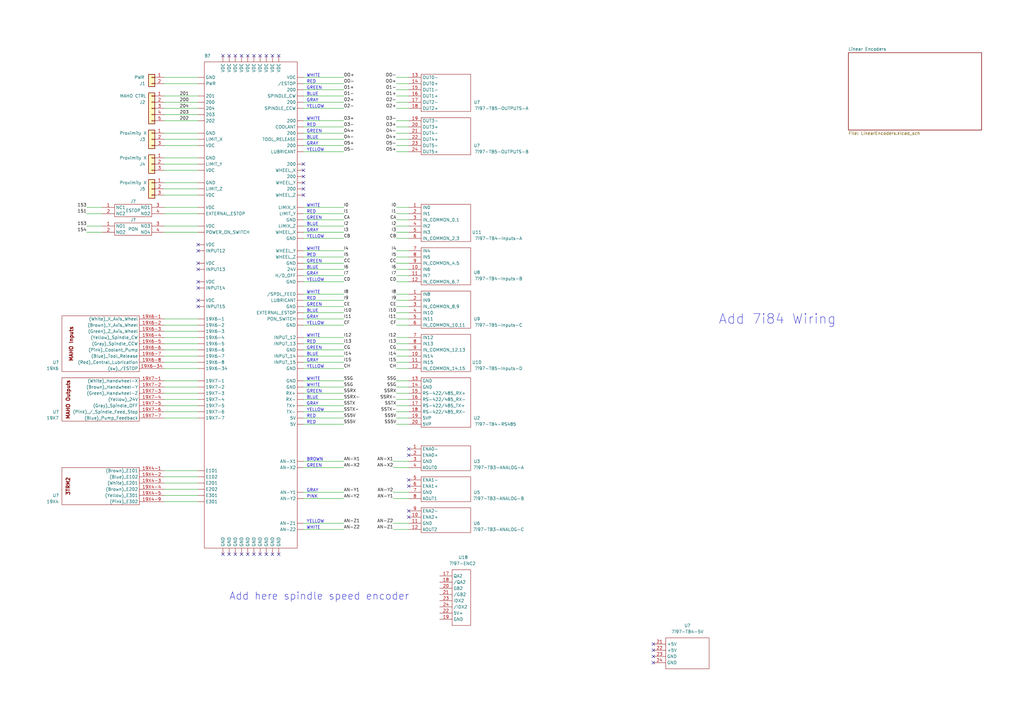
<source format=kicad_sch>
(kicad_sch (version 20230121) (generator eeschema)
  (paper "A3")
  (lib_symbols
    (symbol "Connector_Generic:Conn_01x02" (pin_names (offset 1.016) hide)
      (property "Reference" "J" (at 0 2.54 0))
      (property "Value" "Conn_01x02" (at 0 -5.08 0))
      (symbol "Conn_01x02_1_1"
        (rectangle (start -1.27 -2.413) (end 0 -2.667) (stroke (width 0.1524)))
        (rectangle (start -1.27 0.127) (end 0 -0.127) (stroke (width 0.1524)))
        (rectangle (start -1.27 1.27) (end 1.27 -3.81) (stroke (width 0.254)) (fill (type background)))
        (pin passive line (at -5.08 0 0) (length 3.81) (name "Pin_1") (number "1"))
        (pin passive line (at -5.08 -2.54 0) (length 3.81) (name "Pin_2") (number "2"))
      )
    )
    (symbol "Connector_Generic:Conn_01x03" (pin_names (offset 1.016) hide)
      (property "Reference" "J" (at 0 5.08 0))
      (property "Value" "Conn_01x03" (at 0 -5.08 0))
      (symbol "Conn_01x03_1_1"
        (rectangle (start -1.27 -2.413) (end 0 -2.667) (stroke (width 0.1524)))
        (rectangle (start -1.27 0.127) (end 0 -0.127) (stroke (width 0.1524)))
        (rectangle (start -1.27 2.667) (end 0 2.413) (stroke (width 0.1524)))
        (rectangle (start -1.27 3.81) (end 1.27 -3.81) (stroke (width 0.254)) (fill (type background)))
        (pin passive line (at -5.08 2.54 0) (length 3.81) (name "Pin_1") (number "1"))
        (pin passive line (at -5.08 0 0) (length 3.81) (name "Pin_2") (number "2"))
        (pin passive line (at -5.08 -2.54 0) (length 3.81) (name "Pin_3") (number "3"))
      )
    )
    (symbol "Connector_Generic:Conn_01x05" (pin_names (offset 1.016) hide)
      (property "Reference" "J" (at 0 7.62 0))
      (property "Value" "Conn_01x05" (at 0 -7.62 0))
      (symbol "Conn_01x05_1_1"
        (rectangle (start -1.27 -4.953) (end 0 -5.207) (stroke (width 0.1524)))
        (rectangle (start -1.27 -2.413) (end 0 -2.667) (stroke (width 0.1524)))
        (rectangle (start -1.27 0.127) (end 0 -0.127) (stroke (width 0.1524)))
        (rectangle (start -1.27 2.667) (end 0 2.413) (stroke (width 0.1524)))
        (rectangle (start -1.27 5.207) (end 0 4.953) (stroke (width 0.1524)))
        (rectangle (start -1.27 6.35) (end 1.27 -6.35) (stroke (width 0.254)) (fill (type background)))
        (pin passive line (at -5.08 5.08 0) (length 3.81) (name "Pin_1") (number "1"))
        (pin passive line (at -5.08 2.54 0) (length 3.81) (name "Pin_2") (number "2"))
        (pin passive line (at -5.08 0 0) (length 3.81) (name "Pin_3") (number "3"))
        (pin passive line (at -5.08 -2.54 0) (length 3.81) (name "Pin_4") (number "4"))
        (pin passive line (at -5.08 -5.08 0) (length 3.81) (name "Pin_5") (number "5"))
      )
    )
    (symbol "MAHO:19X6"
      (property "Reference" "U" (at -20.32 -7.62 0))
      (property "Value" "19X6" (at -21.59 -10.16 0))
      (symbol "19X6_0_1"
        (rectangle (start -17.78 11.43) (end 13.97 -11.43) (stroke (width 0.1524)))
      )
      (symbol "19X6_1_1"
        (text "MAHO Inputs" (at -13.97 0 900) (effects (font (size 1.5 1.5) bold)))
        (pin passive line (at 24.13 10.16 180) (length 10.16) (name "(White)_X_Axis_Wheel") (number "19X6-1"))
        (pin passive line (at 24.13 7.62 180) (length 10.16) (name "(Brown)_Y_Axis_Wheel") (number "19X6-2"))
        (pin passive line (at 24.13 5.08 180) (length 10.16) (name "(Green)_Z_Axis_Wheel") (number "19X6-3"))
        (pin passive line (at 24.13 -10.16 180) (length 10.16) (name "(sw)_/ESTOP") (number "19X6-34"))
        (pin passive line (at 24.13 2.54 180) (length 10.16) (name "(Yellow)_Spindle_CW") (number "19X6-4"))
        (pin passive line (at 24.13 0 180) (length 10.16) (name "(Gray)_Spindle_CCW") (number "19X6-5"))
        (pin passive line (at 24.13 -2.54 180) (length 10.16) (name "(Pink)_Coolant_Pump") (number "19X6-6"))
        (pin passive line (at 24.13 -5.08 180) (length 10.16) (name "(Blue)_Tool_Release") (number "19X6-7"))
        (pin passive line (at 24.13 -7.62 180) (length 10.16) (name "(Red)_Central_Lubrication") (number "19X6-8"))
      )
    )
    (symbol "MAHO:19X7"
      (property "Reference" "U" (at -20.32 -5.08 0))
      (property "Value" "19X7" (at -21.59 -7.62 0))
      (symbol "19X7_0_1"
        (rectangle (start -17.78 8.89) (end 13.97 -8.89) (stroke (width 0.1524)))
      )
      (symbol "19X7_1_1"
        (text "MAHO Outputs" (at -15.24 0 900) (effects (font (size 1.5 1.5) bold)))
        (pin passive line (at 24.13 7.62 180) (length 10.16) (name "(White)_Handwheel-X") (number "19X7-1"))
        (pin passive line (at 24.13 5.08 180) (length 10.16) (name "(Brown)_Handwheel-Y") (number "19X7-2"))
        (pin passive line (at 24.13 2.54 180) (length 10.16) (name "(Green)_Handwheel-Z") (number "19X7-3"))
        (pin passive line (at 24.13 0 180) (length 10.16) (name "(Yellow)_24V") (number "19X7-4"))
        (pin passive line (at 24.13 -2.54 180) (length 10.16) (name "(Gray)_Spindle_OFF") (number "19X7-5"))
        (pin passive line (at 24.13 -5.08 180) (length 10.16) (name "(Pink)_/_Spindle_Feed_Stop") (number "19X7-6"))
        (pin passive line (at 24.13 -7.62 180) (length 10.16) (name "(Blue)_Pump_Feedback") (number "19X7-7"))
      )
    )
    (symbol "MAHO:19Χ4"
      (property "Reference" "U" (at -20.32 -3.81 0))
      (property "Value" "19Χ4" (at -21.59 -6.35 0))
      (symbol "19Χ4_0_1"
        (rectangle (start -17.78 7.62) (end 13.97 -7.62))
      )
      (symbol "19Χ4_1_1"
        (text "3TRM2" (at -15.24 0 900) (effects (font (size 1.5 1.5) bold)))
        (pin passive line (at 24.13 6.35 180) (length 10.16) (name "(Brown)_E101") (number "19Χ4-1"))
        (pin passive line (at 24.13 3.81 180) (length 10.16) (name "(Blue)_E102") (number "19Χ4-2"))
        (pin passive line (at 24.13 1.27 180) (length 10.16) (name "(White)_E201") (number "19Χ4-3"))
        (pin passive line (at 24.13 -1.27 180) (length 10.16) (name "(Brown)_E202") (number "19Χ4-4"))
        (pin passive line (at 24.13 -3.81 180) (length 10.16) (name "(Yellow)_E301") (number "19Χ4-5"))
        (pin passive line (at 24.13 -6.35 180) (length 10.16) (name "(Pink)_E302") (number "19Χ4-9"))
      )
    )
    (symbol "MAHO:7i97-ENC2"
      (property "Reference" "U" (at 0 15.24 0))
      (property "Value" "7i97-ENC2" (at 0 12.7 0))
      (symbol "7i97-ENC2_0_1"
        (rectangle (start -3.81 11.43) (end 3.81 -11.43) (stroke (width 0.1524)))
      )
      (symbol "7i97-ENC2_1_1"
        (pin passive line (at -8.89 8.89 0) (length 5.08) (name "QA2") (number "17"))
        (pin passive line (at -8.89 6.35 0) (length 5.08) (name "/QA2") (number "18"))
        (pin passive line (at -8.89 -8.89 0) (length 5.08) (name "GND") (number "19"))
        (pin passive line (at -8.89 3.81 0) (length 5.08) (name "GB2") (number "20"))
        (pin passive line (at -8.89 1.27 0) (length 5.08) (name "/GB2") (number "21"))
        (pin passive line (at -8.89 -6.35 0) (length 5.08) (name "5V+") (number "22"))
        (pin passive line (at -8.89 -1.27 0) (length 5.08) (name "IDX2") (number "23"))
        (pin passive line (at -8.89 -3.81 0) (length 5.08) (name "/IDX2") (number "24"))
      )
    )
    (symbol "MAHO:7i97-TB3-ANALOG-A"
      (property "Reference" "U" (at 12.7 -1.27 0))
      (property "Value" "7i97-TB3-ANALOG-A" (at 21.59 -3.81 0))
      (symbol "7i97-TB3-ANALOG-A_0_1"
        (rectangle (start -10.16 5.08) (end 10.16 -5.08) (stroke (width 0.1524)))
      )
      (symbol "7i97-TB3-ANALOG-A_1_1"
        (pin passive line (at -15.24 3.81 0) (length 5.08) (name "ENA0-") (number "1"))
        (pin passive line (at -15.24 1.27 0) (length 5.08) (name "ENA0+") (number "2"))
        (pin passive line (at -15.24 -1.27 0) (length 5.08) (name "GND") (number "3"))
        (pin passive line (at -15.24 -3.81 0) (length 5.08) (name "AOUT0") (number "4"))
      )
    )
    (symbol "MAHO:7i97-TB3-ANALOG-B"
      (property "Reference" "U" (at 12.7 -1.27 0))
      (property "Value" "7i97-TB3-ANALOG-B" (at 21.59 -3.81 0))
      (symbol "7i97-TB3-ANALOG-B_0_1"
        (rectangle (start -10.16 5.08) (end 10.16 -5.08) (stroke (width 0.1524)))
      )
      (symbol "7i97-TB3-ANALOG-B_1_1"
        (pin passive line (at -15.24 3.81 0) (length 5.08) (name "ENA1-") (number "5"))
        (pin passive line (at -15.24 1.27 0) (length 5.08) (name "ENA1+") (number "6"))
        (pin passive line (at -15.24 -1.27 0) (length 5.08) (name "GND") (number "7"))
        (pin passive line (at -15.24 -3.81 0) (length 5.08) (name "AOUT1") (number "8"))
      )
    )
    (symbol "MAHO:7i97-TB3-ANALOG-C"
      (property "Reference" "U" (at 12.7 -1.27 0))
      (property "Value" "7i97-TB3-ANALOG-C" (at 21.59 -3.81 0))
      (symbol "7i97-TB3-ANALOG-C_0_1"
        (rectangle (start -10.16 5.08) (end 10.16 -5.08) (stroke (width 0.1524)))
      )
      (symbol "7i97-TB3-ANALOG-C_1_1"
        (pin passive line (at -15.24 1.27 0) (length 5.08) (name "ENA2+") (number "10"))
        (pin passive line (at -15.24 -1.27 0) (length 5.08) (name "GND") (number "11"))
        (pin passive line (at -15.24 -3.81 0) (length 5.08) (name "AOUT2") (number "12"))
        (pin passive line (at -15.24 3.81 0) (length 5.08) (name "ENA2-") (number "9"))
      )
    )
    (symbol "MAHO:7i97-TB4-5V"
      (property "Reference" "U" (at 0 11.43 0))
      (property "Value" "7i97-TB4-5V" (at 0 8.89 0))
      (symbol "7i97-TB4-5V_0_1"
        (rectangle (start -8.89 6.35) (end 8.89 -6.35) (stroke (width 0.1524)))
      )
      (symbol "7i97-TB4-5V_1_1"
        (pin passive line (at -13.97 3.81 0) (length 5.08) (name "+5V") (number "21"))
        (pin passive line (at -13.97 1.27 0) (length 5.08) (name "+5V") (number "22"))
        (pin passive line (at -13.97 -1.27 0) (length 5.08) (name "GND") (number "23"))
        (pin passive line (at -13.97 -3.81 0) (length 5.08) (name "GND") (number "24"))
      )
    )
    (symbol "MAHO:7i97-TB4-Inputs-A"
      (property "Reference" "U" (at 12.7 -3.81 0))
      (property "Value" "7i97-TB4-Inputs-A" (at 21.59 -6.35 0))
      (symbol "7i97-TB4-Inputs-A_0_1"
        (rectangle (start -10.16 7.62) (end 10.16 -7.62) (stroke (width 0.1524)))
      )
      (symbol "7i97-TB4-Inputs-A_1_1"
        (pin passive line (at -15.24 6.35 0) (length 5.08) (name "IN0") (number "1"))
        (pin passive line (at -15.24 3.81 0) (length 5.08) (name "IN1") (number "2"))
        (pin passive line (at -15.24 1.27 0) (length 5.08) (name "IN_COMMON_0,1") (number "3"))
        (pin passive line (at -15.24 -1.27 0) (length 5.08) (name "IN2") (number "4"))
        (pin passive line (at -15.24 -3.81 0) (length 5.08) (name "IN3") (number "5"))
        (pin passive line (at -15.24 -6.35 0) (length 5.08) (name "IN_COMMON_2,3") (number "6"))
      )
    )
    (symbol "MAHO:7i97-TB4-Inputs-B"
      (property "Reference" "U" (at 12.7 -2.54 0))
      (property "Value" "7i97-TB4-Inputs-B" (at 21.59 -5.08 0))
      (symbol "7i97-TB4-Inputs-B_0_1"
        (rectangle (start -10.16 7.62) (end 10.16 -7.62) (stroke (width 0.1524)))
      )
      (symbol "7i97-TB4-Inputs-B_1_1"
        (pin passive line (at -15.24 -1.27 0) (length 5.08) (name "IN6") (number "10"))
        (pin passive line (at -15.24 -3.81 0) (length 5.08) (name "IN7") (number "11"))
        (pin passive line (at -15.24 -6.35 0) (length 5.08) (name "IN_COMMON_6,7") (number "12"))
        (pin passive line (at -15.24 6.35 0) (length 5.08) (name "IN4") (number "7"))
        (pin passive line (at -15.24 3.81 0) (length 5.08) (name "IN5") (number "8"))
        (pin passive line (at -15.24 1.27 0) (length 5.08) (name "IN_COMMON_4,5") (number "9"))
      )
    )
    (symbol "MAHO:7i97-TB4-RS485"
      (property "Reference" "U" (at 12.7 -6.35 0))
      (property "Value" "7i97-TB4-RS485" (at 20.32 -8.89 0))
      (symbol "7i97-TB4-RS485_0_1"
        (rectangle (start -10.16 10.16) (end 10.16 -10.16) (stroke (width 0.1524)))
      )
      (symbol "7i97-TB4-RS485_1_1"
        (pin passive line (at -15.24 8.89 0) (length 5.08) (name "GND") (number "13"))
        (pin passive line (at -15.24 6.35 0) (length 5.08) (name "GND") (number "14"))
        (pin passive line (at -15.24 3.81 0) (length 5.08) (name "RS-422/485_RX+") (number "15"))
        (pin passive line (at -15.24 1.27 0) (length 5.08) (name "RS-422/485_RX-") (number "16"))
        (pin passive line (at -15.24 -1.27 0) (length 5.08) (name "RS-422/485_TX+") (number "17"))
        (pin passive line (at -15.24 -3.81 0) (length 5.08) (name "RS-422/485_RX-") (number "18"))
        (pin passive line (at -15.24 -6.35 0) (length 5.08) (name "5VP") (number "19"))
        (pin passive line (at -15.24 -8.89 0) (length 5.08) (name "5VP") (number "20"))
      )
    )
    (symbol "MAHO:7i97-TB5-Inputs-C"
      (property "Reference" "U" (at 12.7 -3.81 0))
      (property "Value" "7i97-TB5-Inputs-C" (at 21.59 -6.35 0))
      (symbol "7i97-TB5-Inputs-C_0_1"
        (rectangle (start -10.16 7.62) (end 10.16 -7.62) (stroke (width 0.1524)))
      )
      (symbol "7i97-TB5-Inputs-C_1_1"
        (pin passive line (at -15.24 6.35 0) (length 5.08) (name "IN8") (number "1"))
        (pin passive line (at -15.24 3.81 0) (length 5.08) (name "IN9") (number "2"))
        (pin passive line (at -15.24 1.27 0) (length 5.08) (name "IN_COMMON_8,9") (number "3"))
        (pin passive line (at -15.24 -1.27 0) (length 5.08) (name "IN10") (number "4"))
        (pin passive line (at -15.24 -3.81 0) (length 5.08) (name "IN11") (number "5"))
        (pin passive line (at -15.24 -6.35 0) (length 5.08) (name "IN_COMMON_10,11") (number "6"))
      )
    )
    (symbol "MAHO:7i97-TB5-Inputs-D"
      (property "Reference" "U" (at 12.7 -3.81 0))
      (property "Value" "7i97-TB5-Inputs-D" (at 21.59 -6.35 0))
      (symbol "7i97-TB5-Inputs-D_0_1"
        (rectangle (start -10.16 7.62) (end 10.16 -7.62) (stroke (width 0.1524)))
      )
      (symbol "7i97-TB5-Inputs-D_1_1"
        (pin passive line (at -15.24 -1.27 0) (length 5.08) (name "IN14") (number "10"))
        (pin passive line (at -15.24 -3.81 0) (length 5.08) (name "IN15") (number "11"))
        (pin passive line (at -15.24 -6.35 0) (length 5.08) (name "IN_COMMON_14,15") (number "12"))
        (pin passive line (at -15.24 6.35 0) (length 5.08) (name "IN12") (number "7"))
        (pin passive line (at -15.24 3.81 0) (length 5.08) (name "IN13") (number "8"))
        (pin passive line (at -15.24 1.27 0) (length 5.08) (name "IN_COMMON_12,13") (number "9"))
      )
    )
    (symbol "MAHO:7i97-TB5-OUTPUTS-A"
      (property "Reference" "U" (at 12.7 -3.81 0))
      (property "Value" "7i97-TB5-OUTPUTS-A" (at 22.86 -6.35 0))
      (symbol "7i97-TB5-OUTPUTS-A_0_1"
        (rectangle (start -10.16 7.62) (end 10.16 -7.62) (stroke (width 0.1524)))
      )
      (symbol "7i97-TB5-OUTPUTS-A_1_1"
        (pin passive line (at -15.24 6.35 0) (length 5.08) (name "OUT0-") (number "13"))
        (pin passive line (at -15.24 3.81 0) (length 5.08) (name "OUT0+") (number "14"))
        (pin passive line (at -15.24 1.27 0) (length 5.08) (name "OUT1-") (number "15"))
        (pin passive line (at -15.24 -1.27 0) (length 5.08) (name "OUT1+") (number "16"))
        (pin passive line (at -15.24 -3.81 0) (length 5.08) (name "OUT2-") (number "17"))
        (pin passive line (at -15.24 -6.35 0) (length 5.08) (name "OUT2+") (number "18"))
      )
    )
    (symbol "MAHO:7i97-TB5-OUTPUTS-B"
      (property "Reference" "U" (at 12.7 -3.81 0))
      (property "Value" "7i97-TB5-OUTPUTS-B" (at 22.86 -6.35 0))
      (symbol "7i97-TB5-OUTPUTS-B_0_1"
        (rectangle (start -10.16 7.62) (end 10.16 -7.62) (stroke (width 0.1524)))
      )
      (symbol "7i97-TB5-OUTPUTS-B_1_1"
        (pin passive line (at -15.24 6.35 0) (length 5.08) (name "OUT3-") (number "19"))
        (pin passive line (at -15.24 3.81 0) (length 5.08) (name "OUT3+") (number "20"))
        (pin passive line (at -15.24 1.27 0) (length 5.08) (name "OUT4-") (number "21"))
        (pin passive line (at -15.24 -1.27 0) (length 5.08) (name "OUT4+") (number "22"))
        (pin passive line (at -15.24 -3.81 0) (length 5.08) (name "OUT5-") (number "23"))
        (pin passive line (at -15.24 -6.35 0) (length 5.08) (name "OUT5+") (number "24"))
      )
    )
    (symbol "MAHO:Breakout"
      (property "Reference" "B" (at -20.32 60.96 0))
      (symbol "Breakout_0_1"
        (rectangle (start -19.05 58.42) (end 19.05 -140.97))
      )
      (symbol "Breakout_1_1"
        (pin passive line (at 21.59 49.53 180) (length 2.54) (name "/ESTOP") (number ""))
        (pin passive line (at 21.59 -36.83 180) (length 2.54) (name "/SPDL_FEED") (number ""))
        (pin passive line (at -21.59 -46.99 0) (length 2.54) (name "19X6-1") (number ""))
        (pin passive line (at -21.59 -49.53 0) (length 2.54) (name "19X6-2") (number ""))
        (pin passive line (at -21.59 -52.07 0) (length 2.54) (name "19X6-3") (number ""))
        (pin passive line (at -21.59 -67.31 0) (length 2.54) (name "19X6-34") (number ""))
        (pin passive line (at -21.59 -54.61 0) (length 2.54) (name "19X6-4") (number ""))
        (pin passive line (at -21.59 -57.15 0) (length 2.54) (name "19X6-5") (number ""))
        (pin passive line (at -21.59 -59.69 0) (length 2.54) (name "19X6-6") (number ""))
        (pin passive line (at -21.59 -62.23 0) (length 2.54) (name "19X6-7") (number ""))
        (pin passive line (at -21.59 -64.77 0) (length 2.54) (name "19X6-8") (number ""))
        (pin passive line (at -21.59 -72.39 0) (length 2.54) (name "19X7-1") (number ""))
        (pin passive line (at -21.59 -74.93 0) (length 2.54) (name "19X7-2") (number ""))
        (pin passive line (at -21.59 -77.47 0) (length 2.54) (name "19X7-3") (number ""))
        (pin passive line (at -21.59 -80.01 0) (length 2.54) (name "19X7-4") (number ""))
        (pin passive line (at -21.59 -82.55 0) (length 2.54) (name "19X7-5") (number ""))
        (pin passive line (at -21.59 -85.09 0) (length 2.54) (name "19X7-6") (number ""))
        (pin passive line (at -21.59 -87.63 0) (length 2.54) (name "19X7-7") (number ""))
        (pin passive line (at -21.59 41.91 0) (length 2.54) (name "200") (number ""))
        (pin passive line (at 21.59 6.35 180) (length 2.54) (name "200") (number ""))
        (pin passive line (at 21.59 11.43 180) (length 2.54) (name "200") (number ""))
        (pin passive line (at 21.59 16.51 180) (length 2.54) (name "200") (number ""))
        (pin passive line (at 21.59 24.13 180) (length 2.54) (name "200") (number ""))
        (pin passive line (at 21.59 29.21 180) (length 2.54) (name "200") (number ""))
        (pin passive line (at 21.59 34.29 180) (length 2.54) (name "200") (number ""))
        (pin passive line (at 21.59 41.91 180) (length 2.54) (name "200") (number ""))
        (pin passive line (at 21.59 46.99 180) (length 2.54) (name "200") (number ""))
        (pin passive line (at -21.59 44.45 0) (length 2.54) (name "201") (number ""))
        (pin passive line (at -21.59 34.29 0) (length 2.54) (name "202") (number ""))
        (pin passive line (at -21.59 36.83 0) (length 2.54) (name "203") (number ""))
        (pin passive line (at -21.59 39.37 0) (length 2.54) (name "204") (number ""))
        (pin passive line (at 21.59 -26.67 180) (length 2.54) (name "24V") (number ""))
        (pin passive line (at 21.59 -90.17 180) (length 2.54) (name "5V") (number ""))
        (pin passive line (at 21.59 -87.63 180) (length 2.54) (name "5V") (number ""))
        (pin passive line (at 21.59 -105.41 180) (length 2.54) (name "AN-X1") (number ""))
        (pin passive line (at 21.59 -107.95 180) (length 2.54) (name "AN-X2") (number ""))
        (pin passive line (at 21.59 -118.11 180) (length 2.54) (name "AN-Y1") (number ""))
        (pin passive line (at 21.59 -120.65 180) (length 2.54) (name "AN-Y2") (number ""))
        (pin passive line (at 21.59 -130.81 180) (length 2.54) (name "AN-Z1") (number ""))
        (pin passive line (at 21.59 -133.35 180) (length 2.54) (name "AN-Z2") (number ""))
        (pin passive line (at 21.59 31.75 180) (length 2.54) (name "COOLANT") (number ""))
        (pin passive line (at -21.59 -109.22 0) (length 2.54) (name "E101") (number ""))
        (pin passive line (at -21.59 -111.76 0) (length 2.54) (name "E102") (number ""))
        (pin passive line (at -21.59 -114.3 0) (length 2.54) (name "E201") (number ""))
        (pin passive line (at -21.59 -116.84 0) (length 2.54) (name "E202") (number ""))
        (pin passive line (at -21.59 -121.92 0) (length 2.54) (name "E301") (number ""))
        (pin passive line (at -21.59 -119.38 0) (length 2.54) (name "E301") (number ""))
        (pin passive line (at -21.59 -3.81 0) (length 2.54) (name "EXTERNAL_ESTOP") (number ""))
        (pin passive line (at 21.59 -44.45 180) (length 2.54) (name "EXTERNAL_ESTOP") (number ""))
        (pin passive line (at -21.59 8.89 0) (length 2.54) (name "GND") (number ""))
        (pin passive line (at -21.59 19.05 0) (length 2.54) (name "GND") (number ""))
        (pin passive line (at -21.59 29.21 0) (length 2.54) (name "GND") (number ""))
        (pin passive line (at -21.59 52.07 0) (length 2.54) (name "GND") (number ""))
        (pin passive line (at -11.43 -143.51 90) (length 2.54) (name "GND") (number ""))
        (pin passive line (at -8.89 -143.51 90) (length 2.54) (name "GND") (number ""))
        (pin passive line (at -6.35 -143.51 90) (length 2.54) (name "GND") (number ""))
        (pin passive line (at -3.81 -143.51 90) (length 2.54) (name "GND") (number ""))
        (pin passive line (at -1.27 -143.51 90) (length 2.54) (name "GND") (number ""))
        (pin passive line (at 1.27 -143.51 90) (length 2.54) (name "GND") (number ""))
        (pin passive line (at 3.81 -143.51 90) (length 2.54) (name "GND") (number ""))
        (pin passive line (at 6.35 -143.51 90) (length 2.54) (name "GND") (number ""))
        (pin passive line (at 8.89 -143.51 90) (length 2.54) (name "GND") (number ""))
        (pin passive line (at 11.43 -143.51 90) (length 2.54) (name "GND") (number ""))
        (pin passive line (at 21.59 -74.93 180) (length 2.54) (name "GND") (number ""))
        (pin passive line (at 21.59 -72.39 180) (length 2.54) (name "GND") (number ""))
        (pin passive line (at 21.59 -67.31 180) (length 2.54) (name "GND") (number ""))
        (pin passive line (at 21.59 -59.69 180) (length 2.54) (name "GND") (number ""))
        (pin passive line (at 21.59 -49.53 180) (length 2.54) (name "GND") (number ""))
        (pin passive line (at 21.59 -41.91 180) (length 2.54) (name "GND") (number ""))
        (pin passive line (at 21.59 -31.75 180) (length 2.54) (name "GND") (number ""))
        (pin passive line (at 21.59 -24.13 180) (length 2.54) (name "GND") (number ""))
        (pin passive line (at 21.59 -13.97 180) (length 2.54) (name "GND") (number ""))
        (pin passive line (at 21.59 -6.35 180) (length 2.54) (name "GND") (number ""))
        (pin passive line (at 21.59 -29.21 180) (length 2.54) (name "H/D_OFF") (number ""))
        (pin passive line (at -21.59 -19.05 0) (length 2.54) (name "INPUT12") (number ""))
        (pin passive line (at -21.59 -26.67 0) (length 2.54) (name "INPUT13") (number ""))
        (pin passive line (at -21.59 -34.29 0) (length 2.54) (name "INPUT14") (number ""))
        (pin passive line (at -21.59 -41.91 0) (length 2.54) (name "INPUT15") (number ""))
        (pin passive line (at 21.59 -54.61 180) (length 2.54) (name "INPUT_12") (number ""))
        (pin passive line (at 21.59 -57.15 180) (length 2.54) (name "INPUT_13") (number ""))
        (pin passive line (at 21.59 -62.23 180) (length 2.54) (name "INPUT_14") (number ""))
        (pin passive line (at 21.59 -64.77 180) (length 2.54) (name "INPUT_15") (number ""))
        (pin passive line (at -21.59 26.67 0) (length 2.54) (name "LIMIT_X") (number ""))
        (pin passive line (at -21.59 16.51 0) (length 2.54) (name "LIMIT_Y") (number ""))
        (pin passive line (at 21.59 -3.81 180) (length 2.54) (name "LIMIT_Y") (number ""))
        (pin passive line (at -21.59 6.35 0) (length 2.54) (name "LIMIT_Z") (number ""))
        (pin passive line (at 21.59 -1.27 180) (length 2.54) (name "LIMIX_X") (number ""))
        (pin passive line (at 21.59 -8.89 180) (length 2.54) (name "LIMIX_Z") (number ""))
        (pin passive line (at 21.59 -39.37 180) (length 2.54) (name "LUBRICANT") (number ""))
        (pin passive line (at 21.59 21.59 180) (length 2.54) (name "LUBRICANT") (number ""))
        (pin passive line (at 21.59 -46.99 180) (length 2.54) (name "PON_SWITCH") (number ""))
        (pin passive line (at -21.59 -11.43 0) (length 2.54) (name "POWER_ON_SWITCH") (number ""))
        (pin passive line (at -21.59 49.53 0) (length 2.54) (name "PWR") (number ""))
        (pin passive line (at 21.59 -77.47 180) (length 2.54) (name "RX+") (number ""))
        (pin passive line (at 21.59 -80.01 180) (length 2.54) (name "RX-") (number ""))
        (pin passive line (at 21.59 39.37 180) (length 2.54) (name "SPINDLE_CCW") (number ""))
        (pin passive line (at 21.59 44.45 180) (length 2.54) (name "SPINDLE_CW") (number ""))
        (pin passive line (at 21.59 26.67 180) (length 2.54) (name "TOOL_RELEASE") (number ""))
        (pin passive line (at 21.59 -82.55 180) (length 2.54) (name "TX+") (number ""))
        (pin passive line (at 21.59 -85.09 180) (length 2.54) (name "TX-") (number ""))
        (pin passive line (at -21.59 -39.37 0) (length 2.54) (name "VDC") (number ""))
        (pin passive line (at -21.59 -31.75 0) (length 2.54) (name "VDC") (number ""))
        (pin passive line (at -21.59 -24.13 0) (length 2.54) (name "VDC") (number ""))
        (pin passive line (at -21.59 -16.51 0) (length 2.54) (name "VDC") (number ""))
        (pin passive line (at -21.59 -8.89 0) (length 2.54) (name "VDC") (number ""))
        (pin passive line (at -21.59 -1.27 0) (length 2.54) (name "VDC") (number ""))
        (pin passive line (at -21.59 3.81 0) (length 2.54) (name "VDC") (number ""))
        (pin passive line (at -21.59 13.97 0) (length 2.54) (name "VDC") (number ""))
        (pin passive line (at -21.59 24.13 0) (length 2.54) (name "VDC") (number ""))
        (pin passive line (at -11.43 60.96 270) (length 2.54) (name "VDC") (number ""))
        (pin passive line (at -8.89 60.96 270) (length 2.54) (name "VDC") (number ""))
        (pin passive line (at -6.35 60.96 270) (length 2.54) (name "VDC") (number ""))
        (pin passive line (at -3.81 60.96 270) (length 2.54) (name "VDC") (number ""))
        (pin passive line (at -1.27 60.96 270) (length 2.54) (name "VDC") (number ""))
        (pin passive line (at 1.27 60.96 270) (length 2.54) (name "VDC") (number ""))
        (pin passive line (at 3.81 60.96 270) (length 2.54) (name "VDC") (number ""))
        (pin passive line (at 6.35 60.96 270) (length 2.54) (name "VDC") (number ""))
        (pin passive line (at 8.89 60.96 270) (length 2.54) (name "VDC") (number ""))
        (pin passive line (at 11.43 60.96 270) (length 2.54) (name "VDC") (number ""))
        (pin passive line (at 21.59 52.07 180) (length 2.54) (name "VDC") (number ""))
        (pin passive line (at 21.59 -11.43 180) (length 2.54) (name "WHEEL_X") (number ""))
        (pin passive line (at 21.59 13.97 180) (length 2.54) (name "WHEEL_X") (number ""))
        (pin passive line (at 21.59 -19.05 180) (length 2.54) (name "WHEEL_Y") (number ""))
        (pin passive line (at 21.59 8.89 180) (length 2.54) (name "WHEEL_Y") (number ""))
        (pin passive line (at 21.59 -21.59 180) (length 2.54) (name "WHEEL_Z") (number ""))
        (pin passive line (at 21.59 3.81 180) (length 2.54) (name "WHEEL_Z") (number ""))
      )
    )
    (symbol "MAHO:ESTOP"
      (property "Reference" "J" (at 0 3.81 0))
      (property "Value" "ESTOP" (at 0 0 0))
      (symbol "ESTOP_0_1"
        (rectangle (start -7.62 2.54) (end 7.62 -2.54))
      )
      (symbol "ESTOP_1_1"
        (pin passive line (at -12.7 1.27 0) (length 5.08) (name "NC1") (number "1"))
        (pin passive line (at -12.7 -1.27 0) (length 5.08) (name "NC2") (number "2"))
        (pin passive line (at 12.7 1.27 180) (length 5.08) (name "NO1") (number "3"))
        (pin passive line (at 12.7 -1.27 180) (length 5.08) (name "NO2") (number "4"))
      )
    )
    (symbol "MAHO:PWR_SWITCH"
      (property "Reference" "J?" (at 0 3.81 0))
      (property "Value" "PON" (at 0 0 0))
      (symbol "PWR_SWITCH_0_1"
        (rectangle (start -7.62 2.54) (end 7.62 -2.54))
      )
      (symbol "PWR_SWITCH_1_1"
        (pin passive line (at -12.7 1.27 0) (length 5.08) (name "NO1") (number "1"))
        (pin passive line (at -12.7 -1.27 0) (length 5.08) (name "NO2") (number "2"))
        (pin passive line (at 12.7 1.27 180) (length 5.08) (name "NO3") (number "3"))
        (pin passive line (at 12.7 -1.27 180) (length 5.08) (name "NO4") (number "4"))
      )
    )
  )
  (no_connect (at 81.28 125.73))
  (no_connect (at 93.98 22.86))
  (no_connect (at 109.22 227.33))
  (no_connect (at 96.52 22.86))
  (no_connect (at 167.64 212.09))
  (no_connect (at 267.97 264.16))
  (no_connect (at 124.46 69.85))
  (no_connect (at 124.46 67.31))
  (no_connect (at 114.3 227.33))
  (no_connect (at 101.6 22.86))
  (no_connect (at 81.28 102.87))
  (no_connect (at 167.64 209.55))
  (no_connect (at 106.68 227.33))
  (no_connect (at 124.46 77.47))
  (no_connect (at 267.97 269.24))
  (no_connect (at 111.76 22.86))
  (no_connect (at 267.97 266.7))
  (no_connect (at 91.44 22.86))
  (no_connect (at 167.64 196.85))
  (no_connect (at 167.64 186.69))
  (no_connect (at 167.64 199.39))
  (no_connect (at 124.46 72.39))
  (no_connect (at 114.3 22.86))
  (no_connect (at 124.46 80.01))
  (no_connect (at 81.28 115.57))
  (no_connect (at 81.28 107.95))
  (no_connect (at 81.28 110.49))
  (no_connect (at 106.68 22.86))
  (no_connect (at 99.06 22.86))
  (no_connect (at 109.22 22.86))
  (no_connect (at 81.28 100.33))
  (no_connect (at 267.97 271.78))
  (no_connect (at 93.98 227.33))
  (no_connect (at 111.76 227.33))
  (no_connect (at 104.14 22.86))
  (no_connect (at 101.6 227.33))
  (no_connect (at 124.46 74.93))
  (no_connect (at 167.64 184.15))
  (no_connect (at 81.28 123.19))
  (no_connect (at 99.06 227.33))
  (no_connect (at 96.52 227.33))
  (no_connect (at 91.44 227.33))
  (no_connect (at 81.28 118.11))
  (no_connect (at 104.14 227.33))
  (wire (pts (xy 124.46 204.47) (xy 140.97 204.47)))
  (wire (pts (xy 162.56 85.09) (xy 167.64 85.09)))
  (wire (pts (xy 124.46 102.87) (xy 140.97 102.87)))
  (wire (pts (xy 124.46 151.13) (xy 140.97 151.13)))
  (wire (pts (xy 162.56 36.83) (xy 167.64 36.83)))
  (wire (pts (xy 162.56 146.05) (xy 167.64 146.05)))
  (wire (pts (xy 162.56 120.65) (xy 167.64 120.65)))
  (wire (pts (xy 124.46 34.29) (xy 140.97 34.29)))
  (wire (pts (xy 67.31 57.15) (xy 81.28 57.15)))
  (wire (pts (xy 67.31 64.77) (xy 81.28 64.77)))
  (wire (pts (xy 124.46 156.21) (xy 140.97 156.21)))
  (wire (pts (xy 162.56 34.29) (xy 167.64 34.29)))
  (wire (pts (xy 162.56 156.21) (xy 167.64 156.21)))
  (wire (pts (xy 67.31 92.71) (xy 81.28 92.71)))
  (wire (pts (xy 162.56 110.49) (xy 167.64 110.49)))
  (wire (pts (xy 161.29 201.93) (xy 167.64 201.93)))
  (wire (pts (xy 124.46 171.45) (xy 140.97 171.45)))
  (wire (pts (xy 124.46 146.05) (xy 140.97 146.05)))
  (wire (pts (xy 124.46 143.51) (xy 140.97 143.51)))
  (wire (pts (xy 124.46 49.53) (xy 140.97 49.53)))
  (wire (pts (xy 124.46 92.71) (xy 140.97 92.71)))
  (wire (pts (xy 124.46 173.99) (xy 140.97 173.99)))
  (wire (pts (xy 162.56 138.43) (xy 167.64 138.43)))
  (wire (pts (xy 162.56 173.99) (xy 167.64 173.99)))
  (wire (pts (xy 162.56 102.87) (xy 167.64 102.87)))
  (wire (pts (xy 67.31 151.13) (xy 81.28 151.13)))
  (wire (pts (xy 124.46 105.41) (xy 140.97 105.41)))
  (wire (pts (xy 162.56 105.41) (xy 167.64 105.41)))
  (wire (pts (xy 67.31 193.04) (xy 81.28 193.04)))
  (wire (pts (xy 67.31 166.37) (xy 81.28 166.37)))
  (wire (pts (xy 67.31 168.91) (xy 81.28 168.91)))
  (wire (pts (xy 124.46 62.23) (xy 140.97 62.23)))
  (wire (pts (xy 124.46 133.35) (xy 140.97 133.35)))
  (wire (pts (xy 124.46 128.27) (xy 140.97 128.27)))
  (wire (pts (xy 67.31 143.51) (xy 81.28 143.51)))
  (wire (pts (xy 67.31 41.91) (xy 81.28 41.91)))
  (wire (pts (xy 162.56 95.25) (xy 167.64 95.25)))
  (wire (pts (xy 161.29 189.23) (xy 167.64 189.23)))
  (wire (pts (xy 67.31 46.99) (xy 81.28 46.99)))
  (wire (pts (xy 162.56 97.79) (xy 167.64 97.79)))
  (wire (pts (xy 162.56 133.35) (xy 167.64 133.35)))
  (wire (pts (xy 162.56 92.71) (xy 167.64 92.71)))
  (wire (pts (xy 162.56 44.45) (xy 167.64 44.45)))
  (wire (pts (xy 67.31 158.75) (xy 81.28 158.75)))
  (wire (pts (xy 124.46 54.61) (xy 140.97 54.61)))
  (wire (pts (xy 67.31 59.69) (xy 81.28 59.69)))
  (wire (pts (xy 124.46 201.93) (xy 140.97 201.93)))
  (wire (pts (xy 162.56 166.37) (xy 167.64 166.37)))
  (wire (pts (xy 124.46 90.17) (xy 140.97 90.17)))
  (wire (pts (xy 162.56 87.63) (xy 167.64 87.63)))
  (wire (pts (xy 67.31 44.45) (xy 81.28 44.45)))
  (wire (pts (xy 67.31 87.63) (xy 81.28 87.63)))
  (wire (pts (xy 67.31 203.2) (xy 81.28 203.2)))
  (wire (pts (xy 67.31 69.85) (xy 81.28 69.85)))
  (wire (pts (xy 162.56 158.75) (xy 167.64 158.75)))
  (wire (pts (xy 162.56 123.19) (xy 167.64 123.19)))
  (wire (pts (xy 67.31 140.97) (xy 81.28 140.97)))
  (wire (pts (xy 162.56 143.51) (xy 167.64 143.51)))
  (wire (pts (xy 162.56 161.29) (xy 167.64 161.29)))
  (wire (pts (xy 124.46 107.95) (xy 140.97 107.95)))
  (wire (pts (xy 124.46 36.83) (xy 140.97 36.83)))
  (wire (pts (xy 162.56 148.59) (xy 167.64 148.59)))
  (wire (pts (xy 124.46 217.17) (xy 140.97 217.17)))
  (wire (pts (xy 67.31 130.81) (xy 81.28 130.81)))
  (wire (pts (xy 124.46 130.81) (xy 140.97 130.81)))
  (wire (pts (xy 162.56 49.53) (xy 167.64 49.53)))
  (wire (pts (xy 124.46 161.29) (xy 140.97 161.29)))
  (wire (pts (xy 124.46 57.15) (xy 140.97 57.15)))
  (wire (pts (xy 67.31 74.93) (xy 81.28 74.93)))
  (wire (pts (xy 124.46 214.63) (xy 140.97 214.63)))
  (wire (pts (xy 162.56 168.91) (xy 167.64 168.91)))
  (wire (pts (xy 67.31 161.29) (xy 81.28 161.29)))
  (wire (pts (xy 162.56 54.61) (xy 167.64 54.61)))
  (wire (pts (xy 124.46 191.77) (xy 140.97 191.77)))
  (wire (pts (xy 162.56 163.83) (xy 167.64 163.83)))
  (wire (pts (xy 162.56 90.17) (xy 167.64 90.17)))
  (wire (pts (xy 162.56 57.15) (xy 167.64 57.15)))
  (wire (pts (xy 67.31 195.58) (xy 81.28 195.58)))
  (wire (pts (xy 35.56 92.71) (xy 41.91 92.71)))
  (wire (pts (xy 162.56 125.73) (xy 167.64 125.73)))
  (wire (pts (xy 67.31 171.45) (xy 81.28 171.45)))
  (wire (pts (xy 67.31 54.61) (xy 81.28 54.61)))
  (wire (pts (xy 162.56 140.97) (xy 167.64 140.97)))
  (wire (pts (xy 124.46 113.03) (xy 140.97 113.03)))
  (wire (pts (xy 161.29 217.17) (xy 167.64 217.17)))
  (wire (pts (xy 67.31 39.37) (xy 81.28 39.37)))
  (wire (pts (xy 162.56 62.23) (xy 167.64 62.23)))
  (wire (pts (xy 124.46 120.65) (xy 140.97 120.65)))
  (wire (pts (xy 35.56 85.09) (xy 41.91 85.09)))
  (wire (pts (xy 124.46 85.09) (xy 140.97 85.09)))
  (wire (pts (xy 35.56 87.63) (xy 41.91 87.63)))
  (wire (pts (xy 124.46 87.63) (xy 140.97 87.63)))
  (wire (pts (xy 124.46 163.83) (xy 140.97 163.83)))
  (wire (pts (xy 162.56 171.45) (xy 167.64 171.45)))
  (wire (pts (xy 124.46 189.23) (xy 140.97 189.23)))
  (wire (pts (xy 124.46 31.75) (xy 140.97 31.75)))
  (wire (pts (xy 124.46 166.37) (xy 140.97 166.37)))
  (wire (pts (xy 162.56 130.81) (xy 167.64 130.81)))
  (wire (pts (xy 124.46 39.37) (xy 140.97 39.37)))
  (wire (pts (xy 162.56 31.75) (xy 167.64 31.75)))
  (wire (pts (xy 67.31 163.83) (xy 81.28 163.83)))
  (wire (pts (xy 162.56 52.07) (xy 167.64 52.07)))
  (wire (pts (xy 124.46 123.19) (xy 140.97 123.19)))
  (wire (pts (xy 124.46 44.45) (xy 140.97 44.45)))
  (wire (pts (xy 67.31 135.89) (xy 81.28 135.89)))
  (wire (pts (xy 67.31 133.35) (xy 81.28 133.35)))
  (wire (pts (xy 162.56 151.13) (xy 167.64 151.13)))
  (wire (pts (xy 67.31 49.53) (xy 81.28 49.53)))
  (wire (pts (xy 124.46 97.79) (xy 140.97 97.79)))
  (wire (pts (xy 67.31 138.43) (xy 81.28 138.43)))
  (wire (pts (xy 124.46 41.91) (xy 140.97 41.91)))
  (wire (pts (xy 161.29 214.63) (xy 167.64 214.63)))
  (wire (pts (xy 162.56 39.37) (xy 167.64 39.37)))
  (wire (pts (xy 67.31 77.47) (xy 81.28 77.47)))
  (wire (pts (xy 124.46 148.59) (xy 140.97 148.59)))
  (wire (pts (xy 124.46 140.97) (xy 140.97 140.97)))
  (wire (pts (xy 67.31 146.05) (xy 81.28 146.05)))
  (wire (pts (xy 67.31 85.09) (xy 81.28 85.09)))
  (wire (pts (xy 67.31 148.59) (xy 81.28 148.59)))
  (wire (pts (xy 162.56 113.03) (xy 167.64 113.03)))
  (wire (pts (xy 124.46 52.07) (xy 140.97 52.07)))
  (wire (pts (xy 67.31 80.01) (xy 81.28 80.01)))
  (wire (pts (xy 124.46 59.69) (xy 140.97 59.69)))
  (wire (pts (xy 67.31 34.29) (xy 81.28 34.29)))
  (wire (pts (xy 162.56 41.91) (xy 167.64 41.91)))
  (wire (pts (xy 161.29 191.77) (xy 167.64 191.77)))
  (wire (pts (xy 124.46 110.49) (xy 140.97 110.49)))
  (wire (pts (xy 67.31 156.21) (xy 81.28 156.21)))
  (wire (pts (xy 67.31 31.75) (xy 81.28 31.75)))
  (wire (pts (xy 124.46 115.57) (xy 140.97 115.57)))
  (wire (pts (xy 67.31 67.31) (xy 81.28 67.31)))
  (wire (pts (xy 67.31 200.66) (xy 81.28 200.66)))
  (wire (pts (xy 124.46 158.75) (xy 140.97 158.75)))
  (wire (pts (xy 35.56 95.25) (xy 41.91 95.25)))
  (wire (pts (xy 162.56 115.57) (xy 167.64 115.57)))
  (wire (pts (xy 162.56 59.69) (xy 167.64 59.69)))
  (wire (pts (xy 124.46 138.43) (xy 140.97 138.43)))
  (wire (pts (xy 124.46 168.91) (xy 140.97 168.91)))
  (wire (pts (xy 67.31 198.12) (xy 81.28 198.12)))
  (wire (pts (xy 124.46 95.25) (xy 140.97 95.25)))
  (wire (pts (xy 162.56 107.95) (xy 167.64 107.95)))
  (wire (pts (xy 162.56 128.27) (xy 167.64 128.27)))
  (wire (pts (xy 161.29 204.47) (xy 167.64 204.47)))
  (wire (pts (xy 67.31 95.25) (xy 81.28 95.25)))
  (wire (pts (xy 124.46 125.73) (xy 140.97 125.73)))
  (wire (pts (xy 67.31 205.74) (xy 81.28 205.74)))
  (text "BLUE" (at 125.73 128.27 0) (effects (font (size 1.27 1.27)) (justify left bottom)))
  (text "WHITE" (at 125.73 120.65 0) (effects (font (size 1.27 1.27)) (justify left bottom)))
  (text "GRAY" (at 125.73 148.59 0) (effects (font (size 1.27 1.27)) (justify left bottom)))
  (text "RED" (at 125.73 173.99 0) (effects (font (size 1.27 1.27)) (justify left bottom)))
  (text "GREEN" (at 125.73 107.95 0) (effects (font (size 1.27 1.27)) (justify left bottom)))
  (text "YELLOW" (at 125.73 97.79 0) (effects (font (size 1.27 1.27)) (justify left bottom)))
  (text "BLUE" (at 125.73 57.15 0) (effects (font (size 1.27 1.27)) (justify left bottom)))
  (text "WHITE" (at 125.73 49.53 0) (effects (font (size 1.27 1.27)) (justify left bottom)))
  (text "RED\n" (at 125.73 34.29 0) (effects (font (size 1.27 1.27)) (justify left bottom)))
  (text "BLUE" (at 125.73 146.05 0) (effects (font (size 1.27 1.27)) (justify left bottom)))
  (text "WHITE" (at 125.73 31.75 0) (effects (font (size 1.27 1.27)) (justify left bottom)))
  (text "GREEN" (at 125.73 161.29 0) (effects (font (size 1.27 1.27)) (justify left bottom)))
  (text "GRAY" (at 125.73 201.93 0) (effects (font (size 1.27 1.27)) (justify left bottom)))
  (text "GREEN" (at 125.73 143.51 0) (effects (font (size 1.27 1.27)) (justify left bottom)))
  (text "PINK" (at 125.73 204.47 0) (effects (font (size 1.27 1.27)) (justify left bottom)))
  (text "BLUE" (at 125.73 39.37 0) (effects (font (size 1.27 1.27)) (justify left bottom)))
  (text "GRAY" (at 125.73 95.25 0) (effects (font (size 1.27 1.27)) (justify left bottom)))
  (text "WHITE" (at 125.73 85.09 0) (effects (font (size 1.27 1.27)) (justify left bottom)))
  (text "BROWN" (at 125.73 189.23 0) (effects (font (size 1.27 1.27)) (justify left bottom)))
  (text "WHITE" (at 125.73 217.17 0) (effects (font (size 1.27 1.27)) (justify left bottom)))
  (text "YELLOW" (at 125.73 151.13 0) (effects (font (size 1.27 1.27)) (justify left bottom)))
  (text "YELLOW" (at 125.73 44.45 0) (effects (font (size 1.27 1.27)) (justify left bottom)))
  (text "Add 7i84 Wiring	" (at 294.64 133.35 0) (effects (font (size 4 4)) (justify left bottom)))
  (text "YELLOW" (at 125.73 115.57 0) (effects (font (size 1.27 1.27)) (justify left bottom)))
  (text "GREEN" (at 125.73 90.17 0) (effects (font (size 1.27 1.27)) (justify left bottom)))
  (text "BLUE" (at 125.73 163.83 0) (effects (font (size 1.27 1.27)) (justify left bottom)))
  (text "GRAY" (at 125.73 130.81 0) (effects (font (size 1.27 1.27)) (justify left bottom)))
  (text "BLUE" (at 125.73 110.49 0) (effects (font (size 1.27 1.27)) (justify left bottom)))
  (text "BLUE" (at 125.73 92.71 0) (effects (font (size 1.27 1.27)) (justify left bottom)))
  (text "GRAY" (at 125.73 41.91 0) (effects (font (size 1.27 1.27)) (justify left bottom)))
  (text "RED\n" (at 125.73 123.19 0) (effects (font (size 1.27 1.27)) (justify left bottom)))
  (text "GREEN" (at 125.73 125.73 0) (effects (font (size 1.27 1.27)) (justify left bottom)))
  (text "RED\n" (at 125.73 140.97 0) (effects (font (size 1.27 1.27)) (justify left bottom)))
  (text "GRAY" (at 125.73 166.37 0) (effects (font (size 1.27 1.27)) (justify left bottom)))
  (text "GRAY" (at 125.73 113.03 0) (effects (font (size 1.27 1.27)) (justify left bottom)))
  (text "GREEN" (at 125.73 54.61 0) (effects (font (size 1.27 1.27)) (justify left bottom)))
  (text "WHITE" (at 125.73 156.21 0) (effects (font (size 1.27 1.27)) (justify left bottom)))
  (text "YELLOW" (at 125.73 214.63 0) (effects (font (size 1.27 1.27)) (justify left bottom)))
  (text "RED\n" (at 125.73 105.41 0) (effects (font (size 1.27 1.27)) (justify left bottom)))
  (text "YELLOW" (at 125.73 168.91 0) (effects (font (size 1.27 1.27)) (justify left bottom)))
  (text "WHITE" (at 125.73 102.87 0) (effects (font (size 1.27 1.27)) (justify left bottom)))
  (text "GRAY" (at 125.73 59.69 0) (effects (font (size 1.27 1.27)) (justify left bottom)))
  (text "YELLOW" (at 125.73 133.35 0) (effects (font (size 1.27 1.27)) (justify left bottom)))
  (text "RED\n" (at 125.73 52.07 0) (effects (font (size 1.27 1.27)) (justify left bottom)))
  (text "WHITE\n" (at 125.73 158.75 0) (effects (font (size 1.27 1.27)) (justify left bottom)))
  (text "GREEN" (at 125.73 191.77 0) (effects (font (size 1.27 1.27)) (justify left bottom)))
  (text "RED" (at 125.73 171.45 0) (effects (font (size 1.27 1.27)) (justify left bottom)))
  (text "GREEN" (at 125.73 36.83 0) (effects (font (size 1.27 1.27)) (justify left bottom)))
  (text "Add here spindle speed encoder" (at 93.98 246.38 0) (effects (font (size 3 3)) (justify left bottom)))
  (text "YELLOW" (at 125.73 62.23 0) (effects (font (size 1.27 1.27)) (justify left bottom)))
  (text "WHITE" (at 125.73 138.43 0) (effects (font (size 1.27 1.27)) (justify left bottom)))
  (text "RED\n" (at 125.73 87.63 0) (effects (font (size 1.27 1.27)) (justify left bottom)))
  (label "153" (at 35.56 92.71 180))
  (label "OO+" (at 162.56 34.29 180))
  (label "O2+" (at 140.97 41.91 0))
  (label "SS5V" (at 162.56 173.99 180))
  (label "AN-Z1" (at 161.29 217.17 180))
  (label "201" (at 77.47 39.37 180))
  (label "CG" (at 162.56 143.51 180))
  (label "204" (at 77.47 44.45 180))
  (label "I8" (at 162.56 120.65 180))
  (label "AN-X1" (at 161.29 189.23 180))
  (label "I3" (at 162.56 95.25 180))
  (label "O1-" (at 140.97 39.37 0))
  (label "I2" (at 162.56 92.71 180))
  (label "O4-" (at 140.97 57.15 0))
  (label "I15" (at 162.56 148.59 180))
  (label "O2-" (at 162.56 41.91 180))
  (label "I2" (at 140.97 92.71 0))
  (label "O3-" (at 162.56 49.53 180))
  (label "O5-" (at 162.56 59.69 180))
  (label "O4+" (at 140.97 54.61 0))
  (label "CG" (at 140.97 143.51 0))
  (label "I8" (at 140.97 120.65 0))
  (label "SSG" (at 162.56 158.75 180))
  (label "O3+" (at 140.97 49.53 0))
  (label "O4+" (at 162.56 57.15 180))
  (label "AN-X2" (at 161.29 191.77 180))
  (label "I15" (at 140.97 148.59 0))
  (label "SSG" (at 140.97 156.21 0))
  (label "200" (at 77.47 41.91 180))
  (label "CE" (at 140.97 125.73 0))
  (label "154" (at 35.56 95.25 180))
  (label "AN-Y2" (at 161.29 201.93 180))
  (label "I7" (at 140.97 113.03 0))
  (label "AN-Z2" (at 140.97 217.17 0))
  (label "I1" (at 162.56 87.63 180))
  (label "O3+" (at 162.56 52.07 180))
  (label "SS5V" (at 162.56 171.45 180))
  (label "SSRX" (at 140.97 161.29 0))
  (label "O5-" (at 140.97 62.23 0))
  (label "I7" (at 162.56 113.03 180))
  (label "OO-" (at 140.97 34.29 0))
  (label "I14" (at 140.97 146.05 0))
  (label "AN-Z2" (at 161.29 214.63 180))
  (label "SSTX" (at 140.97 166.37 0))
  (label "CC" (at 140.97 107.95 0))
  (label "O4-" (at 162.56 54.61 180))
  (label "SS5V" (at 140.97 171.45 0))
  (label "I12" (at 162.56 138.43 180))
  (label "SSTX-" (at 140.97 168.91 0))
  (label "I5" (at 162.56 105.41 180))
  (label "CD" (at 140.97 115.57 0))
  (label "AN-Y1" (at 140.97 201.93 0))
  (label "I11" (at 140.97 130.81 0))
  (label "AN-X1" (at 140.97 189.23 0))
  (label "I3" (at 140.97 95.25 0))
  (label "151" (at 35.56 87.63 180))
  (label "I0" (at 140.97 85.09 0))
  (label "CC" (at 162.56 107.95 180))
  (label "AN-Y2" (at 140.97 204.47 0))
  (label "I1" (at 140.97 87.63 0))
  (label "I5" (at 140.97 105.41 0))
  (label "SSG" (at 162.56 156.21 180))
  (label "CB" (at 140.97 97.79 0))
  (label "I10" (at 162.56 128.27 180))
  (label "CH" (at 162.56 151.13 180))
  (label "SSG" (at 140.97 158.75 0))
  (label "OO+" (at 140.97 31.75 0))
  (label "AN-Z1" (at 140.97 214.63 0))
  (label "I14" (at 162.56 146.05 180))
  (label "O5+" (at 140.97 59.69 0))
  (label "O2+" (at 162.56 44.45 180))
  (label "O3-" (at 140.97 52.07 0))
  (label "I0" (at 162.56 85.09 180))
  (label "SSRX" (at 162.56 161.29 180))
  (label "203" (at 77.47 46.99 180))
  (label "202" (at 77.47 49.53 180))
  (label "CD" (at 162.56 115.57 180))
  (label "SSTX-" (at 162.56 168.91 180))
  (label "O1+" (at 140.97 36.83 0))
  (label "O1+" (at 162.56 39.37 180))
  (label "SSTX" (at 162.56 166.37 180))
  (label "153" (at 35.56 85.09 180))
  (label "I12" (at 140.97 138.43 0))
  (label "SSRX-" (at 162.56 163.83 180))
  (label "I13" (at 140.97 140.97 0))
  (label "SS5V" (at 140.97 173.99 0))
  (label "CH" (at 140.97 151.13 0))
  (label "I6" (at 140.97 110.49 0))
  (label "O1-" (at 162.56 36.83 180))
  (label "AN-X2" (at 140.97 191.77 0))
  (label "AN-Y1" (at 161.29 204.47 180))
  (label "CE" (at 162.56 125.73 180))
  (label "CF" (at 162.56 133.35 180))
  (label "OO-" (at 162.56 31.75 180))
  (label "I4" (at 140.97 102.87 0))
  (label "I13" (at 162.56 140.97 180))
  (label "I10" (at 140.97 128.27 0))
  (label "I4" (at 162.56 102.87 180))
  (label "SSRX-" (at 140.97 163.83 0))
  (label "CB" (at 162.56 97.79 180))
  (label "CA" (at 140.97 90.17 0))
  (label "O2-" (at 140.97 44.45 0))
  (label "CF" (at 140.97 133.35 0))
  (label "I6" (at 162.56 110.49 180))
  (label "I9" (at 162.56 123.19 180))
  (label "O5+" (at 162.56 62.23 180))
  (label "I9" (at 140.97 123.19 0))
  (label "CA" (at 162.56 90.17 180))
  (label "I11" (at 162.56 130.81 180))
  (symbol (lib_id "MAHO:19Χ4") (at 43.18 199.39 0) (unit 1)
    (property "Reference" "U?" (at 22.86 203.2 0))
    (property "Value" "19Χ4" (at 21.59 205.74 0))
  )
  (symbol (lib_id "MAHO:7i97-TB3-ANALOG-A") (at 182.88 187.96 0) (unit 1)
    (property "Reference" "U3" (at 195.58 189.23 0))
    (property "Value" "7i97-TB3-ANALOG-A" (at 204.47 191.77 0))
  )
  (symbol (lib_id "MAHO:7i97-TB4-RS485") (at 182.88 165.1 0) (unit 1)
    (property "Reference" "U2" (at 195.58 171.45 0))
    (property "Value" "7i97-TB4-RS485" (at 203.2 173.99 0))
  )
  (symbol (lib_id "MAHO:7i97-TB4-5V") (at 281.94 267.97 0) (unit 1)
    (property "Reference" "U?" (at 281.94 256.54 0))
    (property "Value" "7i97-TB4-5V" (at 281.94 259.08 0))
  )
  (symbol (lib_id "MAHO:7i97-ENC2") (at 189.23 245.11 0) (unit 1)
    (property "Reference" "U18" (at 187.96 228.6 0) (effects (justify left)))
    (property "Value" "7i97-ENC2" (at 184.15 231.14 0) (effects (justify left)))
  )
  (symbol (lib_id "MAHO:Breakout") (at 102.87 83.82 0) (unit 1)
    (property "Reference" "B?" (at 85.09 22.86 0))
    (property "Value" "~" (at 127 104.14 0))
  )
  (symbol (lib_id "MAHO:7i97-TB5-OUTPUTS-B") (at 182.88 55.88 0) (unit 1)
    (property "Reference" "U?" (at 195.58 59.69 0))
    (property "Value" "7i97-TB5-OUTPUTS-B" (at 205.74 62.23 0))
  )
  (symbol (lib_id "MAHO:7i97-TB4-Inputs-A") (at 182.88 91.44 0) (unit 1)
    (property "Reference" "U11" (at 195.58 95.25 0))
    (property "Value" "7i97-TB4-Inputs-A" (at 204.47 97.79 0))
  )
  (symbol (lib_id "Connector_Generic:Conn_01x03") (at 62.23 67.31 0) (mirror y) (unit 1)
    (property "Reference" "J4" (at 58.42 67.31 0))
    (property "Value" "Proximity X" (at 54.61 64.77 0))
  )
  (symbol (lib_id "MAHO:19X6") (at 43.18 140.97 0) (unit 1)
    (property "Reference" "U?" (at 22.86 148.59 0))
    (property "Value" "19X6" (at 21.59 151.13 0))
  )
  (symbol (lib_id "Connector_Generic:Conn_01x02") (at 62.23 31.75 0) (mirror y) (unit 1)
    (property "Reference" "J1" (at 58.42 34.29 0))
    (property "Value" "PWR" (at 57.15 31.75 0))
  )
  (symbol (lib_id "MAHO:ESTOP") (at 54.61 86.36 0) (unit 1)
    (property "Reference" "J?" (at 54.61 82.55 0))
    (property "Value" "ESTOP" (at 54.61 86.36 0))
  )
  (symbol (lib_id "MAHO:7i97-TB5-Inputs-D") (at 182.88 144.78 0) (unit 1)
    (property "Reference" "U10" (at 195.58 148.59 0))
    (property "Value" "7i97-TB5-Inputs-D" (at 204.47 151.13 0))
  )
  (symbol (lib_id "Connector_Generic:Conn_01x03") (at 62.23 77.47 0) (mirror y) (unit 1)
    (property "Reference" "J5" (at 58.42 77.47 0))
    (property "Value" "Proximity X" (at 54.61 74.93 0))
  )
  (symbol (lib_id "MAHO:7i97-TB5-OUTPUTS-A") (at 182.88 38.1 0) (unit 1)
    (property "Reference" "U?" (at 195.58 41.91 0))
    (property "Value" "7i97-TB5-OUTPUTS-A" (at 205.74 44.45 0))
  )
  (symbol (lib_id "MAHO:19X7") (at 43.18 163.83 0) (unit 1)
    (property "Reference" "U?" (at 22.86 168.91 0))
    (property "Value" "19X7" (at 21.59 171.45 0))
  )
  (symbol (lib_id "MAHO:7i97-TB3-ANALOG-B") (at 182.88 200.66 0) (unit 1)
    (property "Reference" "U5" (at 195.58 201.93 0))
    (property "Value" "7i97-TB3-ANALOG-B" (at 204.47 204.47 0))
  )
  (symbol (lib_id "MAHO:7i97-TB4-Inputs-B") (at 182.88 109.22 0) (unit 1)
    (property "Reference" "U8" (at 195.58 111.76 0))
    (property "Value" "7i97-TB4-Inputs-B" (at 204.47 114.3 0))
  )
  (symbol (lib_id "MAHO:7i97-TB3-ANALOG-C") (at 182.88 213.36 0) (unit 1)
    (property "Reference" "U6" (at 195.58 214.63 0))
    (property "Value" "7i97-TB3-ANALOG-C" (at 204.47 217.17 0))
  )
  (symbol (lib_id "MAHO:PWR_SWITCH") (at 54.61 93.98 0) (unit 1)
    (property "Reference" "J?" (at 54.61 90.17 0))
    (property "Value" "PON" (at 54.61 93.98 0))
  )
  (symbol (lib_id "Connector_Generic:Conn_01x03") (at 62.23 57.15 0) (mirror y) (unit 1)
    (property "Reference" "J3" (at 58.42 57.15 0))
    (property "Value" "Proximity X" (at 54.61 54.61 0))
  )
  (symbol (lib_id "MAHO:7i97-TB5-Inputs-C") (at 182.88 127 0) (unit 1)
    (property "Reference" "U9" (at 195.58 130.81 0))
    (property "Value" "7i97-TB5-Inputs-C" (at 204.47 133.35 0))
  )
  (symbol (lib_id "Connector_Generic:Conn_01x05") (at 62.23 44.45 0) (mirror y) (unit 1)
    (property "Reference" "J2" (at 58.42 41.91 0))
    (property "Value" "MAHO CTRL" (at 54.61 39.37 0))
  )
  (sheet (at 347.98 21.59) (size 54.61 31.75) (stroke (width 0.1524))
    (property "Sheetname" "Linear Encoders" (at 347.98 20.8784 0) (effects (justify left bottom)))
    (property "Sheetfile" "LinearEncoders.kicad_sch" (at 347.98 53.9246 0) (effects (justify left top)))
  )
)
</source>
